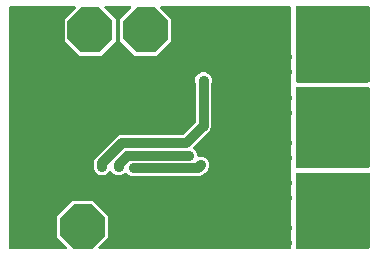
<source format=gbr>
G04 EAGLE Gerber RS-274X export*
G75*
%MOMM*%
%FSLAX34Y34*%
%LPD*%
%INBottom Copper*%
%IPPOS*%
%AMOC8*
5,1,8,0,0,1.08239X$1,22.5*%
G01*
%ADD10P,4.123906X8X22.500000*%
%ADD11C,0.906400*%
%ADD12C,0.812800*%

G36*
X150689Y-2522D02*
X150689Y-2522D01*
X150827Y-2509D01*
X150847Y-2502D01*
X150867Y-2499D01*
X150996Y-2448D01*
X151127Y-2401D01*
X151144Y-2390D01*
X151162Y-2382D01*
X151275Y-2301D01*
X151390Y-2223D01*
X151403Y-2207D01*
X151420Y-2196D01*
X151509Y-2088D01*
X151600Y-1984D01*
X151610Y-1966D01*
X151623Y-1951D01*
X151682Y-1825D01*
X151745Y-1701D01*
X151749Y-1681D01*
X151758Y-1663D01*
X151784Y-1527D01*
X151815Y-1391D01*
X151814Y-1370D01*
X151818Y-1351D01*
X151809Y-1212D01*
X151805Y-1073D01*
X151799Y-1053D01*
X151798Y-1033D01*
X151755Y-901D01*
X151717Y-767D01*
X151706Y-750D01*
X151700Y-731D01*
X151625Y-613D01*
X151555Y-493D01*
X151536Y-472D01*
X151530Y-462D01*
X151515Y-448D01*
X151449Y-373D01*
X143509Y7567D01*
X143509Y25453D01*
X156157Y38101D01*
X174043Y38101D01*
X186691Y25453D01*
X186691Y7567D01*
X178751Y-373D01*
X178666Y-482D01*
X178577Y-589D01*
X178569Y-608D01*
X178556Y-624D01*
X178501Y-752D01*
X178442Y-877D01*
X178438Y-897D01*
X178430Y-916D01*
X178408Y-1054D01*
X178382Y-1190D01*
X178383Y-1210D01*
X178380Y-1230D01*
X178393Y-1369D01*
X178402Y-1507D01*
X178408Y-1526D01*
X178410Y-1546D01*
X178457Y-1678D01*
X178500Y-1809D01*
X178511Y-1827D01*
X178518Y-1846D01*
X178596Y-1961D01*
X178670Y-2078D01*
X178685Y-2092D01*
X178696Y-2109D01*
X178801Y-2201D01*
X178902Y-2296D01*
X178919Y-2306D01*
X178935Y-2319D01*
X179059Y-2383D01*
X179180Y-2450D01*
X179200Y-2455D01*
X179218Y-2464D01*
X179354Y-2494D01*
X179488Y-2529D01*
X179516Y-2531D01*
X179528Y-2534D01*
X179549Y-2533D01*
X179649Y-2539D01*
X340360Y-2539D01*
X340478Y-2524D01*
X340597Y-2517D01*
X340635Y-2504D01*
X340676Y-2499D01*
X340786Y-2456D01*
X340899Y-2419D01*
X340934Y-2397D01*
X340971Y-2382D01*
X341067Y-2313D01*
X341168Y-2249D01*
X341196Y-2219D01*
X341229Y-2196D01*
X341305Y-2104D01*
X341386Y-2017D01*
X341406Y-1982D01*
X341431Y-1951D01*
X341482Y-1843D01*
X341540Y-1739D01*
X341550Y-1699D01*
X341567Y-1663D01*
X341589Y-1546D01*
X341619Y-1431D01*
X341623Y-1371D01*
X341627Y-1351D01*
X341625Y-1330D01*
X341629Y-1270D01*
X341629Y201830D01*
X341614Y201948D01*
X341607Y202067D01*
X341594Y202105D01*
X341589Y202146D01*
X341546Y202256D01*
X341509Y202369D01*
X341487Y202404D01*
X341472Y202441D01*
X341403Y202537D01*
X341339Y202638D01*
X341309Y202666D01*
X341286Y202699D01*
X341194Y202775D01*
X341107Y202856D01*
X341072Y202876D01*
X341041Y202901D01*
X340933Y202952D01*
X340829Y203010D01*
X340789Y203020D01*
X340753Y203037D01*
X340636Y203059D01*
X340521Y203089D01*
X340461Y203093D01*
X340441Y203097D01*
X340420Y203095D01*
X340360Y203099D01*
X231819Y203099D01*
X231681Y203082D01*
X231543Y203069D01*
X231523Y203062D01*
X231503Y203059D01*
X231374Y203008D01*
X231243Y202961D01*
X231226Y202950D01*
X231208Y202942D01*
X231096Y202861D01*
X230980Y202783D01*
X230967Y202767D01*
X230950Y202756D01*
X230862Y202648D01*
X230770Y202544D01*
X230760Y202526D01*
X230747Y202511D01*
X230688Y202385D01*
X230625Y202261D01*
X230621Y202241D01*
X230612Y202223D01*
X230586Y202087D01*
X230555Y201951D01*
X230556Y201930D01*
X230552Y201911D01*
X230561Y201772D01*
X230565Y201633D01*
X230571Y201613D01*
X230572Y201593D01*
X230615Y201461D01*
X230653Y201327D01*
X230664Y201310D01*
X230670Y201291D01*
X230745Y201173D01*
X230815Y201053D01*
X230834Y201032D01*
X230840Y201022D01*
X230855Y201008D01*
X230860Y201002D01*
X230861Y201001D01*
X230921Y200933D01*
X240031Y191823D01*
X240031Y173937D01*
X227383Y161289D01*
X209497Y161289D01*
X196849Y173937D01*
X196849Y191823D01*
X205959Y200933D01*
X206044Y201042D01*
X206133Y201149D01*
X206141Y201168D01*
X206154Y201184D01*
X206209Y201312D01*
X206268Y201437D01*
X206272Y201457D01*
X206280Y201476D01*
X206302Y201614D01*
X206328Y201750D01*
X206327Y201770D01*
X206330Y201790D01*
X206317Y201929D01*
X206308Y202067D01*
X206302Y202086D01*
X206300Y202106D01*
X206253Y202238D01*
X206210Y202369D01*
X206199Y202387D01*
X206192Y202406D01*
X206114Y202521D01*
X206040Y202638D01*
X206025Y202652D01*
X206014Y202669D01*
X205909Y202761D01*
X205808Y202856D01*
X205791Y202866D01*
X205775Y202879D01*
X205651Y202943D01*
X205530Y203010D01*
X205510Y203015D01*
X205492Y203024D01*
X205356Y203054D01*
X205222Y203089D01*
X205194Y203091D01*
X205182Y203094D01*
X205161Y203093D01*
X205061Y203099D01*
X184829Y203099D01*
X184691Y203082D01*
X184553Y203069D01*
X184533Y203062D01*
X184513Y203059D01*
X184384Y203008D01*
X184253Y202961D01*
X184236Y202950D01*
X184218Y202942D01*
X184106Y202861D01*
X183990Y202783D01*
X183977Y202767D01*
X183960Y202756D01*
X183872Y202648D01*
X183780Y202544D01*
X183770Y202526D01*
X183757Y202511D01*
X183698Y202385D01*
X183635Y202261D01*
X183631Y202241D01*
X183622Y202223D01*
X183596Y202087D01*
X183565Y201951D01*
X183566Y201930D01*
X183562Y201911D01*
X183571Y201772D01*
X183575Y201633D01*
X183581Y201613D01*
X183582Y201593D01*
X183625Y201461D01*
X183663Y201327D01*
X183674Y201310D01*
X183680Y201291D01*
X183755Y201173D01*
X183825Y201053D01*
X183844Y201032D01*
X183850Y201022D01*
X183865Y201008D01*
X183870Y201002D01*
X183871Y201001D01*
X183931Y200933D01*
X193041Y191823D01*
X193041Y173937D01*
X180393Y161289D01*
X162507Y161289D01*
X149859Y173937D01*
X149859Y191823D01*
X158969Y200933D01*
X159054Y201042D01*
X159143Y201149D01*
X159151Y201168D01*
X159164Y201184D01*
X159219Y201312D01*
X159278Y201437D01*
X159282Y201457D01*
X159290Y201476D01*
X159312Y201614D01*
X159338Y201750D01*
X159337Y201770D01*
X159340Y201790D01*
X159327Y201929D01*
X159318Y202067D01*
X159312Y202086D01*
X159310Y202106D01*
X159263Y202238D01*
X159220Y202369D01*
X159209Y202387D01*
X159202Y202406D01*
X159124Y202521D01*
X159050Y202638D01*
X159035Y202652D01*
X159024Y202669D01*
X158919Y202761D01*
X158818Y202856D01*
X158801Y202866D01*
X158785Y202879D01*
X158661Y202943D01*
X158540Y203010D01*
X158520Y203015D01*
X158502Y203024D01*
X158366Y203054D01*
X158232Y203089D01*
X158204Y203091D01*
X158192Y203094D01*
X158171Y203093D01*
X158071Y203099D01*
X104140Y203099D01*
X104022Y203084D01*
X103903Y203077D01*
X103865Y203064D01*
X103824Y203059D01*
X103714Y203016D01*
X103601Y202979D01*
X103566Y202957D01*
X103529Y202942D01*
X103433Y202873D01*
X103332Y202809D01*
X103304Y202779D01*
X103271Y202756D01*
X103195Y202664D01*
X103114Y202577D01*
X103094Y202542D01*
X103069Y202511D01*
X103018Y202403D01*
X102960Y202299D01*
X102950Y202259D01*
X102933Y202223D01*
X102911Y202106D01*
X102881Y201991D01*
X102877Y201931D01*
X102873Y201911D01*
X102874Y201895D01*
X102873Y201891D01*
X102874Y201880D01*
X102871Y201830D01*
X102871Y-1270D01*
X102886Y-1388D01*
X102893Y-1507D01*
X102906Y-1545D01*
X102911Y-1586D01*
X102954Y-1696D01*
X102991Y-1809D01*
X103013Y-1844D01*
X103028Y-1881D01*
X103097Y-1977D01*
X103161Y-2078D01*
X103191Y-2106D01*
X103214Y-2139D01*
X103306Y-2215D01*
X103393Y-2296D01*
X103428Y-2316D01*
X103459Y-2341D01*
X103567Y-2392D01*
X103671Y-2450D01*
X103711Y-2460D01*
X103747Y-2477D01*
X103864Y-2499D01*
X103979Y-2529D01*
X104039Y-2533D01*
X104059Y-2537D01*
X104080Y-2535D01*
X104140Y-2539D01*
X150551Y-2539D01*
X150689Y-2522D01*
G37*
G36*
X407028Y66056D02*
X407028Y66056D01*
X407147Y66063D01*
X407185Y66076D01*
X407226Y66081D01*
X407336Y66124D01*
X407449Y66161D01*
X407484Y66183D01*
X407521Y66198D01*
X407617Y66268D01*
X407718Y66331D01*
X407746Y66361D01*
X407779Y66384D01*
X407855Y66476D01*
X407936Y66563D01*
X407956Y66598D01*
X407981Y66629D01*
X408032Y66737D01*
X408090Y66841D01*
X408100Y66881D01*
X408117Y66917D01*
X408139Y67034D01*
X408169Y67149D01*
X408173Y67210D01*
X408177Y67230D01*
X408175Y67250D01*
X408179Y67310D01*
X408179Y133350D01*
X408164Y133468D01*
X408157Y133587D01*
X408144Y133625D01*
X408139Y133666D01*
X408096Y133776D01*
X408059Y133889D01*
X408037Y133924D01*
X408022Y133961D01*
X407953Y134057D01*
X407889Y134158D01*
X407859Y134186D01*
X407836Y134219D01*
X407744Y134295D01*
X407657Y134376D01*
X407622Y134396D01*
X407591Y134421D01*
X407483Y134472D01*
X407379Y134530D01*
X407339Y134540D01*
X407303Y134557D01*
X407186Y134579D01*
X407071Y134609D01*
X407011Y134613D01*
X406991Y134617D01*
X406970Y134615D01*
X406910Y134619D01*
X346710Y134619D01*
X346592Y134604D01*
X346473Y134597D01*
X346435Y134584D01*
X346394Y134579D01*
X346284Y134536D01*
X346171Y134499D01*
X346136Y134477D01*
X346099Y134462D01*
X346003Y134393D01*
X345902Y134329D01*
X345874Y134299D01*
X345841Y134276D01*
X345766Y134184D01*
X345684Y134097D01*
X345664Y134062D01*
X345639Y134031D01*
X345588Y133923D01*
X345530Y133819D01*
X345520Y133779D01*
X345503Y133743D01*
X345481Y133626D01*
X345451Y133511D01*
X345447Y133451D01*
X345443Y133431D01*
X345445Y133410D01*
X345443Y133392D01*
X345443Y133391D01*
X345441Y133350D01*
X345441Y67310D01*
X345456Y67192D01*
X345463Y67073D01*
X345476Y67035D01*
X345481Y66994D01*
X345524Y66884D01*
X345561Y66771D01*
X345583Y66736D01*
X345598Y66699D01*
X345668Y66603D01*
X345731Y66502D01*
X345761Y66474D01*
X345784Y66441D01*
X345876Y66366D01*
X345963Y66284D01*
X345998Y66264D01*
X346029Y66239D01*
X346137Y66188D01*
X346241Y66130D01*
X346281Y66120D01*
X346317Y66103D01*
X346434Y66081D01*
X346549Y66051D01*
X346610Y66047D01*
X346630Y66043D01*
X346650Y66045D01*
X346710Y66041D01*
X406910Y66041D01*
X407028Y66056D01*
G37*
G36*
X406910Y-2539D02*
X406910Y-2539D01*
X407028Y-2524D01*
X407147Y-2517D01*
X407185Y-2504D01*
X407226Y-2499D01*
X407336Y-2456D01*
X407449Y-2419D01*
X407484Y-2397D01*
X407521Y-2382D01*
X407617Y-2312D01*
X407718Y-2249D01*
X407746Y-2219D01*
X407779Y-2196D01*
X407855Y-2104D01*
X407936Y-2017D01*
X407956Y-1982D01*
X407981Y-1951D01*
X408032Y-1843D01*
X408090Y-1739D01*
X408100Y-1699D01*
X408117Y-1663D01*
X408139Y-1546D01*
X408169Y-1431D01*
X408173Y-1370D01*
X408177Y-1350D01*
X408175Y-1330D01*
X408179Y-1270D01*
X408179Y60960D01*
X408164Y61078D01*
X408157Y61197D01*
X408144Y61235D01*
X408139Y61276D01*
X408096Y61386D01*
X408059Y61499D01*
X408037Y61534D01*
X408022Y61571D01*
X407953Y61667D01*
X407889Y61768D01*
X407859Y61796D01*
X407836Y61829D01*
X407744Y61905D01*
X407657Y61986D01*
X407622Y62006D01*
X407591Y62031D01*
X407483Y62082D01*
X407379Y62140D01*
X407339Y62150D01*
X407303Y62167D01*
X407186Y62189D01*
X407071Y62219D01*
X407011Y62223D01*
X406991Y62227D01*
X406970Y62225D01*
X406910Y62229D01*
X346710Y62229D01*
X346592Y62214D01*
X346473Y62207D01*
X346435Y62194D01*
X346394Y62189D01*
X346284Y62146D01*
X346171Y62109D01*
X346136Y62087D01*
X346099Y62072D01*
X346003Y62003D01*
X345902Y61939D01*
X345874Y61909D01*
X345841Y61886D01*
X345766Y61794D01*
X345684Y61707D01*
X345664Y61672D01*
X345639Y61641D01*
X345588Y61533D01*
X345530Y61429D01*
X345520Y61389D01*
X345503Y61353D01*
X345481Y61236D01*
X345451Y61121D01*
X345447Y61061D01*
X345443Y61041D01*
X345445Y61020D01*
X345444Y61005D01*
X345443Y61004D01*
X345443Y61002D01*
X345441Y60960D01*
X345441Y-1270D01*
X345456Y-1388D01*
X345463Y-1507D01*
X345476Y-1545D01*
X345481Y-1586D01*
X345524Y-1696D01*
X345561Y-1809D01*
X345583Y-1844D01*
X345598Y-1881D01*
X345668Y-1977D01*
X345731Y-2078D01*
X345761Y-2106D01*
X345784Y-2139D01*
X345876Y-2215D01*
X345963Y-2296D01*
X345998Y-2316D01*
X346029Y-2341D01*
X346137Y-2392D01*
X346241Y-2450D01*
X346281Y-2460D01*
X346317Y-2477D01*
X346434Y-2499D01*
X346549Y-2529D01*
X346610Y-2533D01*
X346630Y-2537D01*
X346650Y-2535D01*
X346710Y-2539D01*
X406910Y-2539D01*
G37*
G36*
X407028Y138446D02*
X407028Y138446D01*
X407147Y138453D01*
X407185Y138466D01*
X407226Y138471D01*
X407336Y138514D01*
X407449Y138551D01*
X407484Y138573D01*
X407521Y138588D01*
X407617Y138658D01*
X407718Y138721D01*
X407746Y138751D01*
X407779Y138774D01*
X407855Y138866D01*
X407936Y138953D01*
X407956Y138988D01*
X407981Y139019D01*
X408032Y139127D01*
X408090Y139231D01*
X408100Y139271D01*
X408117Y139307D01*
X408139Y139424D01*
X408169Y139539D01*
X408173Y139600D01*
X408177Y139620D01*
X408175Y139640D01*
X408179Y139700D01*
X408179Y201830D01*
X408164Y201948D01*
X408157Y202067D01*
X408144Y202105D01*
X408139Y202146D01*
X408096Y202256D01*
X408059Y202369D01*
X408037Y202404D01*
X408022Y202441D01*
X407953Y202537D01*
X407889Y202638D01*
X407859Y202666D01*
X407836Y202699D01*
X407744Y202775D01*
X407657Y202856D01*
X407622Y202876D01*
X407591Y202901D01*
X407483Y202952D01*
X407379Y203010D01*
X407339Y203020D01*
X407303Y203037D01*
X407186Y203059D01*
X407071Y203089D01*
X407011Y203093D01*
X406991Y203097D01*
X406970Y203095D01*
X406910Y203099D01*
X346710Y203099D01*
X346592Y203084D01*
X346473Y203077D01*
X346435Y203064D01*
X346394Y203059D01*
X346284Y203016D01*
X346171Y202979D01*
X346136Y202957D01*
X346099Y202942D01*
X346003Y202873D01*
X345902Y202809D01*
X345874Y202779D01*
X345841Y202756D01*
X345766Y202664D01*
X345684Y202577D01*
X345664Y202542D01*
X345639Y202511D01*
X345588Y202403D01*
X345530Y202299D01*
X345520Y202259D01*
X345503Y202223D01*
X345481Y202106D01*
X345451Y201991D01*
X345447Y201931D01*
X345443Y201911D01*
X345445Y201890D01*
X345441Y201830D01*
X345441Y139700D01*
X345456Y139582D01*
X345463Y139463D01*
X345476Y139425D01*
X345481Y139384D01*
X345524Y139274D01*
X345561Y139161D01*
X345583Y139126D01*
X345598Y139089D01*
X345668Y138993D01*
X345731Y138892D01*
X345761Y138864D01*
X345784Y138831D01*
X345876Y138756D01*
X345963Y138674D01*
X345998Y138654D01*
X346029Y138629D01*
X346137Y138578D01*
X346241Y138520D01*
X346281Y138510D01*
X346317Y138493D01*
X346434Y138471D01*
X346549Y138441D01*
X346610Y138437D01*
X346630Y138433D01*
X346650Y138435D01*
X346710Y138431D01*
X406910Y138431D01*
X407028Y138446D01*
G37*
%LPC*%
G36*
X206873Y58967D02*
X206873Y58967D01*
X204274Y60044D01*
X202193Y62125D01*
X202098Y62198D01*
X202009Y62277D01*
X201973Y62295D01*
X201941Y62320D01*
X201832Y62367D01*
X201726Y62422D01*
X201687Y62430D01*
X201649Y62446D01*
X201532Y62465D01*
X201416Y62491D01*
X201375Y62490D01*
X201335Y62496D01*
X201217Y62485D01*
X201098Y62482D01*
X201059Y62470D01*
X201019Y62466D01*
X200906Y62426D01*
X200792Y62393D01*
X200758Y62373D01*
X200719Y62359D01*
X200621Y62292D01*
X200518Y62232D01*
X200473Y62192D01*
X200456Y62180D01*
X200443Y62165D01*
X200398Y62125D01*
X199586Y61314D01*
X196987Y60237D01*
X194173Y60237D01*
X191574Y61314D01*
X189493Y63395D01*
X189398Y63468D01*
X189309Y63547D01*
X189273Y63565D01*
X189241Y63590D01*
X189132Y63637D01*
X189026Y63692D01*
X188987Y63700D01*
X188949Y63716D01*
X188832Y63735D01*
X188716Y63761D01*
X188675Y63760D01*
X188635Y63766D01*
X188517Y63755D01*
X188398Y63752D01*
X188359Y63740D01*
X188319Y63736D01*
X188206Y63696D01*
X188092Y63663D01*
X188058Y63643D01*
X188019Y63629D01*
X187921Y63562D01*
X187818Y63502D01*
X187773Y63462D01*
X187756Y63450D01*
X187743Y63435D01*
X187698Y63395D01*
X185616Y61314D01*
X183017Y60237D01*
X180203Y60237D01*
X177604Y61314D01*
X175614Y63304D01*
X174537Y65903D01*
X174537Y68717D01*
X174738Y69201D01*
X174740Y69210D01*
X174745Y69218D01*
X174782Y69363D01*
X174822Y69508D01*
X174822Y69517D01*
X174824Y69526D01*
X174834Y69686D01*
X174834Y71335D01*
X175840Y73762D01*
X194799Y92721D01*
X197226Y93727D01*
X249468Y93727D01*
X249567Y93739D01*
X249666Y93742D01*
X249724Y93759D01*
X249784Y93767D01*
X249876Y93803D01*
X249971Y93831D01*
X250023Y93861D01*
X250080Y93884D01*
X250160Y93942D01*
X250245Y93992D01*
X250321Y94058D01*
X250337Y94070D01*
X250345Y94080D01*
X250366Y94098D01*
X260564Y104296D01*
X260624Y104374D01*
X260692Y104446D01*
X260721Y104499D01*
X260758Y104547D01*
X260798Y104638D01*
X260846Y104725D01*
X260861Y104783D01*
X260885Y104839D01*
X260900Y104937D01*
X260925Y105033D01*
X260931Y105133D01*
X260935Y105153D01*
X260933Y105166D01*
X260935Y105194D01*
X260935Y137141D01*
X260934Y137150D01*
X260935Y137159D01*
X260914Y137308D01*
X260895Y137456D01*
X260892Y137465D01*
X260891Y137474D01*
X260839Y137627D01*
X260467Y138523D01*
X260467Y141337D01*
X261544Y143936D01*
X263534Y145926D01*
X266133Y147003D01*
X268947Y147003D01*
X271546Y145926D01*
X273536Y143936D01*
X274613Y141337D01*
X274613Y138523D01*
X274241Y137627D01*
X274239Y137618D01*
X274234Y137609D01*
X274197Y137464D01*
X274157Y137320D01*
X274157Y137311D01*
X274155Y137302D01*
X274145Y137141D01*
X274145Y100618D01*
X273139Y98191D01*
X271103Y96154D01*
X259108Y84159D01*
X259035Y84065D01*
X258956Y83976D01*
X258938Y83940D01*
X258913Y83908D01*
X258866Y83799D01*
X258812Y83693D01*
X258803Y83653D01*
X258787Y83616D01*
X258768Y83499D01*
X258742Y83383D01*
X258743Y83342D01*
X258737Y83302D01*
X258748Y83184D01*
X258752Y83065D01*
X258763Y83026D01*
X258767Y82986D01*
X258807Y82873D01*
X258840Y82759D01*
X258860Y82724D01*
X258874Y82686D01*
X258941Y82588D01*
X259002Y82485D01*
X259041Y82440D01*
X259053Y82423D01*
X259068Y82410D01*
X259108Y82364D01*
X261266Y80206D01*
X262343Y77607D01*
X262343Y76856D01*
X262349Y76807D01*
X262347Y76757D01*
X262369Y76650D01*
X262383Y76541D01*
X262401Y76494D01*
X262411Y76446D01*
X262459Y76347D01*
X262500Y76245D01*
X262529Y76205D01*
X262551Y76160D01*
X262622Y76077D01*
X262686Y75988D01*
X262725Y75956D01*
X262757Y75918D01*
X262847Y75855D01*
X262931Y75785D01*
X262976Y75764D01*
X263017Y75735D01*
X263120Y75696D01*
X263219Y75649D01*
X263268Y75640D01*
X263315Y75622D01*
X263424Y75610D01*
X263531Y75590D01*
X263581Y75593D01*
X263631Y75587D01*
X263739Y75602D01*
X263849Y75609D01*
X263896Y75625D01*
X263945Y75632D01*
X264007Y75653D01*
X266837Y75653D01*
X269436Y74576D01*
X271426Y72586D01*
X272503Y69987D01*
X272503Y67173D01*
X271426Y64574D01*
X269436Y62584D01*
X268540Y62213D01*
X268532Y62208D01*
X268523Y62205D01*
X268394Y62129D01*
X268264Y62055D01*
X268257Y62049D01*
X268249Y62044D01*
X268128Y61938D01*
X266631Y60441D01*
X264204Y59435D01*
X211069Y59435D01*
X211060Y59434D01*
X211051Y59435D01*
X210902Y59414D01*
X210754Y59395D01*
X210745Y59392D01*
X210736Y59391D01*
X210583Y59339D01*
X209687Y58967D01*
X206873Y58967D01*
G37*
%LPD*%
D10*
X388620Y27940D03*
X388620Y100330D03*
X388620Y172720D03*
X218440Y182880D03*
X171450Y182880D03*
X165100Y16510D03*
X210820Y16510D03*
D11*
X137160Y101600D03*
X137160Y88900D03*
X312420Y160020D03*
X325120Y160020D03*
X137160Y114300D03*
X252730Y110490D03*
X236220Y143510D03*
X240030Y29210D03*
X259080Y166370D03*
X110490Y5080D03*
X151130Y140970D03*
X337820Y160020D03*
X312420Y147320D03*
X325120Y147320D03*
X337820Y147320D03*
X312420Y53340D03*
X325120Y53340D03*
X337820Y53340D03*
X312420Y40640D03*
X325120Y40640D03*
X337820Y40640D03*
X312420Y87630D03*
X325120Y87630D03*
X337820Y87630D03*
X312420Y74930D03*
X325120Y74930D03*
X337820Y74930D03*
X312420Y125730D03*
X325120Y125730D03*
X337820Y125730D03*
X312420Y113030D03*
X325120Y113030D03*
X337820Y113030D03*
X312420Y15240D03*
X325120Y15240D03*
X337820Y15240D03*
X312420Y2540D03*
X325120Y2540D03*
X337820Y2540D03*
X231140Y39370D03*
X236220Y132080D03*
X247650Y132080D03*
X247650Y143510D03*
X237490Y110490D03*
X151130Y101600D03*
X151130Y114300D03*
X151130Y128270D03*
X208280Y66040D03*
X265430Y68580D03*
D12*
X262890Y66040D01*
X208280Y66040D01*
D11*
X195580Y67310D03*
X255270Y76200D03*
D12*
X195580Y68922D02*
X195580Y67310D01*
X195580Y68922D02*
X202858Y76200D01*
X255270Y76200D01*
D11*
X181610Y67310D03*
D12*
X181439Y67481D02*
X181439Y70021D01*
X181439Y67481D02*
X181610Y67310D01*
X181439Y70021D02*
X198540Y87122D01*
X252730Y87122D01*
X267540Y101932D01*
X267540Y139930D01*
D11*
X267540Y139930D03*
M02*

</source>
